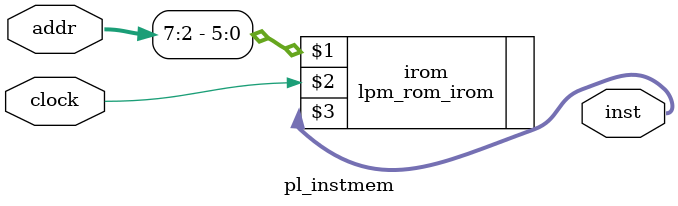
<source format=v>
module pl_instmem (clock, addr,
					inst);
   input  [31:0] addr;
   input         clock;
   output [31:0] inst;    
   
   lpm_rom_irom irom (addr[7:2], clock, inst);
   

endmodule
</source>
